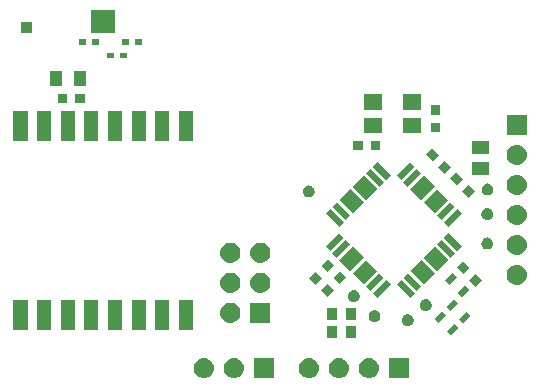
<source format=gbr>
G04 #@! TF.GenerationSoftware,KiCad,Pcbnew,(5.0.2)-1*
G04 #@! TF.CreationDate,2019-03-22T14:17:17+01:00*
G04 #@! TF.ProjectId,LoRaNode,4c6f5261-4e6f-4646-952e-6b696361645f,rev?*
G04 #@! TF.SameCoordinates,Original*
G04 #@! TF.FileFunction,Soldermask,Top*
G04 #@! TF.FilePolarity,Negative*
%FSLAX46Y46*%
G04 Gerber Fmt 4.6, Leading zero omitted, Abs format (unit mm)*
G04 Created by KiCad (PCBNEW (5.0.2)-1) date 03/22/19 14:17:17*
%MOMM*%
%LPD*%
G01*
G04 APERTURE LIST*
%ADD10C,0.100000*%
G04 APERTURE END LIST*
D10*
G36*
X152566630Y-115494299D02*
X152726855Y-115542903D01*
X152874520Y-115621831D01*
X153003949Y-115728051D01*
X153110169Y-115857480D01*
X153189097Y-116005145D01*
X153237701Y-116165370D01*
X153254112Y-116332000D01*
X153237701Y-116498630D01*
X153189097Y-116658855D01*
X153110169Y-116806520D01*
X153003949Y-116935949D01*
X152874520Y-117042169D01*
X152726855Y-117121097D01*
X152566630Y-117169701D01*
X152441752Y-117182000D01*
X152358248Y-117182000D01*
X152233370Y-117169701D01*
X152073145Y-117121097D01*
X151925480Y-117042169D01*
X151796051Y-116935949D01*
X151689831Y-116806520D01*
X151610903Y-116658855D01*
X151562299Y-116498630D01*
X151545888Y-116332000D01*
X151562299Y-116165370D01*
X151610903Y-116005145D01*
X151689831Y-115857480D01*
X151796051Y-115728051D01*
X151925480Y-115621831D01*
X152073145Y-115542903D01*
X152233370Y-115494299D01*
X152358248Y-115482000D01*
X152441752Y-115482000D01*
X152566630Y-115494299D01*
X152566630Y-115494299D01*
G37*
G36*
X157646630Y-115494299D02*
X157806855Y-115542903D01*
X157954520Y-115621831D01*
X158083949Y-115728051D01*
X158190169Y-115857480D01*
X158269097Y-116005145D01*
X158317701Y-116165370D01*
X158334112Y-116332000D01*
X158317701Y-116498630D01*
X158269097Y-116658855D01*
X158190169Y-116806520D01*
X158083949Y-116935949D01*
X157954520Y-117042169D01*
X157806855Y-117121097D01*
X157646630Y-117169701D01*
X157521752Y-117182000D01*
X157438248Y-117182000D01*
X157313370Y-117169701D01*
X157153145Y-117121097D01*
X157005480Y-117042169D01*
X156876051Y-116935949D01*
X156769831Y-116806520D01*
X156690903Y-116658855D01*
X156642299Y-116498630D01*
X156625888Y-116332000D01*
X156642299Y-116165370D01*
X156690903Y-116005145D01*
X156769831Y-115857480D01*
X156876051Y-115728051D01*
X157005480Y-115621831D01*
X157153145Y-115542903D01*
X157313370Y-115494299D01*
X157438248Y-115482000D01*
X157521752Y-115482000D01*
X157646630Y-115494299D01*
X157646630Y-115494299D01*
G37*
G36*
X143676630Y-115494299D02*
X143836855Y-115542903D01*
X143984520Y-115621831D01*
X144113949Y-115728051D01*
X144220169Y-115857480D01*
X144299097Y-116005145D01*
X144347701Y-116165370D01*
X144364112Y-116332000D01*
X144347701Y-116498630D01*
X144299097Y-116658855D01*
X144220169Y-116806520D01*
X144113949Y-116935949D01*
X143984520Y-117042169D01*
X143836855Y-117121097D01*
X143676630Y-117169701D01*
X143551752Y-117182000D01*
X143468248Y-117182000D01*
X143343370Y-117169701D01*
X143183145Y-117121097D01*
X143035480Y-117042169D01*
X142906051Y-116935949D01*
X142799831Y-116806520D01*
X142720903Y-116658855D01*
X142672299Y-116498630D01*
X142655888Y-116332000D01*
X142672299Y-116165370D01*
X142720903Y-116005145D01*
X142799831Y-115857480D01*
X142906051Y-115728051D01*
X143035480Y-115621831D01*
X143183145Y-115542903D01*
X143343370Y-115494299D01*
X143468248Y-115482000D01*
X143551752Y-115482000D01*
X143676630Y-115494299D01*
X143676630Y-115494299D01*
G37*
G36*
X146216630Y-115494299D02*
X146376855Y-115542903D01*
X146524520Y-115621831D01*
X146653949Y-115728051D01*
X146760169Y-115857480D01*
X146839097Y-116005145D01*
X146887701Y-116165370D01*
X146904112Y-116332000D01*
X146887701Y-116498630D01*
X146839097Y-116658855D01*
X146760169Y-116806520D01*
X146653949Y-116935949D01*
X146524520Y-117042169D01*
X146376855Y-117121097D01*
X146216630Y-117169701D01*
X146091752Y-117182000D01*
X146008248Y-117182000D01*
X145883370Y-117169701D01*
X145723145Y-117121097D01*
X145575480Y-117042169D01*
X145446051Y-116935949D01*
X145339831Y-116806520D01*
X145260903Y-116658855D01*
X145212299Y-116498630D01*
X145195888Y-116332000D01*
X145212299Y-116165370D01*
X145260903Y-116005145D01*
X145339831Y-115857480D01*
X145446051Y-115728051D01*
X145575480Y-115621831D01*
X145723145Y-115542903D01*
X145883370Y-115494299D01*
X146008248Y-115482000D01*
X146091752Y-115482000D01*
X146216630Y-115494299D01*
X146216630Y-115494299D01*
G37*
G36*
X160870000Y-117182000D02*
X159170000Y-117182000D01*
X159170000Y-115482000D01*
X160870000Y-115482000D01*
X160870000Y-117182000D01*
X160870000Y-117182000D01*
G37*
G36*
X149440000Y-117182000D02*
X147740000Y-117182000D01*
X147740000Y-115482000D01*
X149440000Y-115482000D01*
X149440000Y-117182000D01*
X149440000Y-117182000D01*
G37*
G36*
X155106630Y-115494299D02*
X155266855Y-115542903D01*
X155414520Y-115621831D01*
X155543949Y-115728051D01*
X155650169Y-115857480D01*
X155729097Y-116005145D01*
X155777701Y-116165370D01*
X155794112Y-116332000D01*
X155777701Y-116498630D01*
X155729097Y-116658855D01*
X155650169Y-116806520D01*
X155543949Y-116935949D01*
X155414520Y-117042169D01*
X155266855Y-117121097D01*
X155106630Y-117169701D01*
X154981752Y-117182000D01*
X154898248Y-117182000D01*
X154773370Y-117169701D01*
X154613145Y-117121097D01*
X154465480Y-117042169D01*
X154336051Y-116935949D01*
X154229831Y-116806520D01*
X154150903Y-116658855D01*
X154102299Y-116498630D01*
X154085888Y-116332000D01*
X154102299Y-116165370D01*
X154150903Y-116005145D01*
X154229831Y-115857480D01*
X154336051Y-115728051D01*
X154465480Y-115621831D01*
X154613145Y-115542903D01*
X154773370Y-115494299D01*
X154898248Y-115482000D01*
X154981752Y-115482000D01*
X155106630Y-115494299D01*
X155106630Y-115494299D01*
G37*
G36*
X154804001Y-113784000D02*
X153984001Y-113784000D01*
X153984001Y-112784000D01*
X154804001Y-112784000D01*
X154804001Y-113784000D01*
X154804001Y-113784000D01*
G37*
G36*
X156403999Y-113784000D02*
X155583999Y-113784000D01*
X155583999Y-112784000D01*
X156403999Y-112784000D01*
X156403999Y-113784000D01*
X156403999Y-113784000D01*
G37*
G36*
X165109305Y-112910909D02*
X164472909Y-113547305D01*
X164119355Y-113193751D01*
X164755751Y-112557355D01*
X165109305Y-112910909D01*
X165109305Y-112910909D01*
G37*
G36*
X128600000Y-113100000D02*
X127400000Y-113100000D01*
X127400000Y-110600000D01*
X128600000Y-110600000D01*
X128600000Y-113100000D01*
X128600000Y-113100000D01*
G37*
G36*
X130600000Y-113100000D02*
X129400000Y-113100000D01*
X129400000Y-110600000D01*
X130600000Y-110600000D01*
X130600000Y-113100000D01*
X130600000Y-113100000D01*
G37*
G36*
X132600000Y-113100000D02*
X131400000Y-113100000D01*
X131400000Y-110600000D01*
X132600000Y-110600000D01*
X132600000Y-113100000D01*
X132600000Y-113100000D01*
G37*
G36*
X134600000Y-113100000D02*
X133400000Y-113100000D01*
X133400000Y-110600000D01*
X134600000Y-110600000D01*
X134600000Y-113100000D01*
X134600000Y-113100000D01*
G37*
G36*
X136600000Y-113100000D02*
X135400000Y-113100000D01*
X135400000Y-110600000D01*
X136600000Y-110600000D01*
X136600000Y-113100000D01*
X136600000Y-113100000D01*
G37*
G36*
X138600000Y-113100000D02*
X137400000Y-113100000D01*
X137400000Y-110600000D01*
X138600000Y-110600000D01*
X138600000Y-113100000D01*
X138600000Y-113100000D01*
G37*
G36*
X140600000Y-113100000D02*
X139400000Y-113100000D01*
X139400000Y-110600000D01*
X140600000Y-110600000D01*
X140600000Y-113100000D01*
X140600000Y-113100000D01*
G37*
G36*
X142600000Y-113100000D02*
X141400000Y-113100000D01*
X141400000Y-110600000D01*
X142600000Y-110600000D01*
X142600000Y-113100000D01*
X142600000Y-113100000D01*
G37*
G36*
X160927845Y-111787215D02*
X160974715Y-111806629D01*
X161018839Y-111824906D01*
X161076082Y-111863155D01*
X161100734Y-111879627D01*
X161170373Y-111949266D01*
X161170375Y-111949269D01*
X161225094Y-112031161D01*
X161262785Y-112122155D01*
X161282000Y-112218754D01*
X161282000Y-112317246D01*
X161262785Y-112413845D01*
X161225094Y-112504839D01*
X161171104Y-112585640D01*
X161170373Y-112586734D01*
X161100734Y-112656373D01*
X161100731Y-112656375D01*
X161018839Y-112711094D01*
X160927845Y-112748785D01*
X160831246Y-112768000D01*
X160732754Y-112768000D01*
X160636155Y-112748785D01*
X160545161Y-112711094D01*
X160463269Y-112656375D01*
X160463266Y-112656373D01*
X160393627Y-112586734D01*
X160392896Y-112585640D01*
X160338906Y-112504839D01*
X160301215Y-112413845D01*
X160282000Y-112317246D01*
X160282000Y-112218754D01*
X160301215Y-112122155D01*
X160338906Y-112031161D01*
X160393625Y-111949269D01*
X160393627Y-111949266D01*
X160463266Y-111879627D01*
X160487918Y-111863155D01*
X160545161Y-111824906D01*
X160589286Y-111806629D01*
X160636155Y-111787215D01*
X160732754Y-111768000D01*
X160831246Y-111768000D01*
X160927845Y-111787215D01*
X160927845Y-111787215D01*
G37*
G36*
X166125305Y-111894909D02*
X165488909Y-112531305D01*
X165135355Y-112177751D01*
X165771751Y-111541355D01*
X166125305Y-111894909D01*
X166125305Y-111894909D01*
G37*
G36*
X145926630Y-110802299D02*
X146086855Y-110850903D01*
X146234520Y-110929831D01*
X146363949Y-111036051D01*
X146470169Y-111165480D01*
X146549097Y-111313145D01*
X146597701Y-111473370D01*
X146614112Y-111640000D01*
X146597701Y-111806630D01*
X146549097Y-111966855D01*
X146470169Y-112114520D01*
X146363949Y-112243949D01*
X146234520Y-112350169D01*
X146086855Y-112429097D01*
X145926630Y-112477701D01*
X145801752Y-112490000D01*
X145718248Y-112490000D01*
X145593370Y-112477701D01*
X145433145Y-112429097D01*
X145285480Y-112350169D01*
X145156051Y-112243949D01*
X145049831Y-112114520D01*
X144970903Y-111966855D01*
X144922299Y-111806630D01*
X144905888Y-111640000D01*
X144922299Y-111473370D01*
X144970903Y-111313145D01*
X145049831Y-111165480D01*
X145156051Y-111036051D01*
X145285480Y-110929831D01*
X145433145Y-110850903D01*
X145593370Y-110802299D01*
X145718248Y-110790000D01*
X145801752Y-110790000D01*
X145926630Y-110802299D01*
X145926630Y-110802299D01*
G37*
G36*
X149150000Y-112490000D02*
X147450000Y-112490000D01*
X147450000Y-110790000D01*
X149150000Y-110790000D01*
X149150000Y-112490000D01*
X149150000Y-112490000D01*
G37*
G36*
X164048645Y-111850249D02*
X163412249Y-112486645D01*
X163058695Y-112133091D01*
X163695091Y-111496695D01*
X164048645Y-111850249D01*
X164048645Y-111850249D01*
G37*
G36*
X158108445Y-111431615D02*
X158199439Y-111469306D01*
X158213625Y-111478785D01*
X158281334Y-111524027D01*
X158350973Y-111593666D01*
X158350975Y-111593669D01*
X158405694Y-111675561D01*
X158443385Y-111766555D01*
X158462600Y-111863154D01*
X158462600Y-111961646D01*
X158443385Y-112058245D01*
X158405694Y-112149239D01*
X158359245Y-112218754D01*
X158350973Y-112231134D01*
X158281334Y-112300773D01*
X158281331Y-112300775D01*
X158199439Y-112355494D01*
X158108445Y-112393185D01*
X158011846Y-112412400D01*
X157913354Y-112412400D01*
X157816755Y-112393185D01*
X157725761Y-112355494D01*
X157643869Y-112300775D01*
X157643866Y-112300773D01*
X157574227Y-112231134D01*
X157565955Y-112218754D01*
X157519506Y-112149239D01*
X157481815Y-112058245D01*
X157462600Y-111961646D01*
X157462600Y-111863154D01*
X157481815Y-111766555D01*
X157519506Y-111675561D01*
X157574225Y-111593669D01*
X157574227Y-111593666D01*
X157643866Y-111524027D01*
X157711575Y-111478785D01*
X157725761Y-111469306D01*
X157816755Y-111431615D01*
X157913354Y-111412400D01*
X158011846Y-111412400D01*
X158108445Y-111431615D01*
X158108445Y-111431615D01*
G37*
G36*
X156403999Y-112260000D02*
X155583999Y-112260000D01*
X155583999Y-111260000D01*
X156403999Y-111260000D01*
X156403999Y-112260000D01*
X156403999Y-112260000D01*
G37*
G36*
X154804001Y-112260000D02*
X153984001Y-112260000D01*
X153984001Y-111260000D01*
X154804001Y-111260000D01*
X154804001Y-112260000D01*
X154804001Y-112260000D01*
G37*
G36*
X162451845Y-110517215D02*
X162542839Y-110554906D01*
X162610326Y-110600000D01*
X162624734Y-110609627D01*
X162694373Y-110679266D01*
X162694375Y-110679269D01*
X162719443Y-110716785D01*
X162749095Y-110761163D01*
X162786785Y-110852155D01*
X162806000Y-110948755D01*
X162806000Y-111047245D01*
X162786785Y-111143845D01*
X162749095Y-111234837D01*
X162694373Y-111316734D01*
X162624734Y-111386373D01*
X162624731Y-111386375D01*
X162542839Y-111441094D01*
X162451845Y-111478785D01*
X162355246Y-111498000D01*
X162256754Y-111498000D01*
X162160155Y-111478785D01*
X162069161Y-111441094D01*
X161987269Y-111386375D01*
X161987266Y-111386373D01*
X161917627Y-111316734D01*
X161862905Y-111234837D01*
X161825215Y-111143845D01*
X161806000Y-111047245D01*
X161806000Y-110948755D01*
X161825215Y-110852155D01*
X161862905Y-110761163D01*
X161892558Y-110716785D01*
X161917625Y-110679269D01*
X161917627Y-110679266D01*
X161987266Y-110609627D01*
X162001674Y-110600000D01*
X162069161Y-110554906D01*
X162160155Y-110517215D01*
X162256754Y-110498000D01*
X162355246Y-110498000D01*
X162451845Y-110517215D01*
X162451845Y-110517215D01*
G37*
G36*
X165064645Y-110834249D02*
X164428249Y-111470645D01*
X164074695Y-111117091D01*
X164711091Y-110480695D01*
X165064645Y-110834249D01*
X165064645Y-110834249D01*
G37*
G36*
X156355845Y-109755215D02*
X156446839Y-109792906D01*
X156527640Y-109846896D01*
X156528734Y-109847627D01*
X156598373Y-109917266D01*
X156598375Y-109917269D01*
X156653094Y-109999161D01*
X156690785Y-110090155D01*
X156710000Y-110186754D01*
X156710000Y-110285246D01*
X156690785Y-110381845D01*
X156653094Y-110472839D01*
X156599104Y-110553640D01*
X156598373Y-110554734D01*
X156528734Y-110624373D01*
X156528731Y-110624375D01*
X156446839Y-110679094D01*
X156355845Y-110716785D01*
X156259246Y-110736000D01*
X156160754Y-110736000D01*
X156064155Y-110716785D01*
X155973161Y-110679094D01*
X155891269Y-110624375D01*
X155891266Y-110624373D01*
X155821627Y-110554734D01*
X155820896Y-110553640D01*
X155766906Y-110472839D01*
X155729215Y-110381845D01*
X155710000Y-110285246D01*
X155710000Y-110186754D01*
X155729215Y-110090155D01*
X155766906Y-109999161D01*
X155821625Y-109917269D01*
X155821627Y-109917266D01*
X155891266Y-109847627D01*
X155892360Y-109846896D01*
X155973161Y-109792906D01*
X156064155Y-109755215D01*
X156160754Y-109736000D01*
X156259246Y-109736000D01*
X156355845Y-109755215D01*
X156355845Y-109755215D01*
G37*
G36*
X161375445Y-109980334D02*
X160986536Y-110369243D01*
X159855165Y-109237872D01*
X160244074Y-108848963D01*
X161375445Y-109980334D01*
X161375445Y-109980334D01*
G37*
G36*
X159324835Y-109237872D02*
X158193464Y-110369243D01*
X157804555Y-109980334D01*
X158935926Y-108848963D01*
X159324835Y-109237872D01*
X159324835Y-109237872D01*
G37*
G36*
X165999805Y-109686409D02*
X165363409Y-110322805D01*
X165009855Y-109969251D01*
X165646251Y-109332855D01*
X165999805Y-109686409D01*
X165999805Y-109686409D01*
G37*
G36*
X154527678Y-109708652D02*
X153961992Y-110274338D01*
X153431662Y-109744008D01*
X153997348Y-109178322D01*
X154527678Y-109708652D01*
X154527678Y-109708652D01*
G37*
G36*
X148466630Y-108262299D02*
X148626855Y-108310903D01*
X148774520Y-108389831D01*
X148903949Y-108496051D01*
X149010169Y-108625480D01*
X149089097Y-108773145D01*
X149137701Y-108933370D01*
X149154112Y-109100000D01*
X149137701Y-109266630D01*
X149089097Y-109426855D01*
X149010169Y-109574520D01*
X148903949Y-109703949D01*
X148774520Y-109810169D01*
X148626855Y-109889097D01*
X148466630Y-109937701D01*
X148341752Y-109950000D01*
X148258248Y-109950000D01*
X148133370Y-109937701D01*
X147973145Y-109889097D01*
X147825480Y-109810169D01*
X147696051Y-109703949D01*
X147589831Y-109574520D01*
X147510903Y-109426855D01*
X147462299Y-109266630D01*
X147445888Y-109100000D01*
X147462299Y-108933370D01*
X147510903Y-108773145D01*
X147589831Y-108625480D01*
X147696051Y-108496051D01*
X147825480Y-108389831D01*
X147973145Y-108310903D01*
X148133370Y-108262299D01*
X148258248Y-108250000D01*
X148341752Y-108250000D01*
X148466630Y-108262299D01*
X148466630Y-108262299D01*
G37*
G36*
X145926630Y-108262299D02*
X146086855Y-108310903D01*
X146234520Y-108389831D01*
X146363949Y-108496051D01*
X146470169Y-108625480D01*
X146549097Y-108773145D01*
X146597701Y-108933370D01*
X146614112Y-109100000D01*
X146597701Y-109266630D01*
X146549097Y-109426855D01*
X146470169Y-109574520D01*
X146363949Y-109703949D01*
X146234520Y-109810169D01*
X146086855Y-109889097D01*
X145926630Y-109937701D01*
X145801752Y-109950000D01*
X145718248Y-109950000D01*
X145593370Y-109937701D01*
X145433145Y-109889097D01*
X145285480Y-109810169D01*
X145156051Y-109703949D01*
X145049831Y-109574520D01*
X144970903Y-109426855D01*
X144922299Y-109266630D01*
X144905888Y-109100000D01*
X144922299Y-108933370D01*
X144970903Y-108773145D01*
X145049831Y-108625480D01*
X145156051Y-108496051D01*
X145285480Y-108389831D01*
X145433145Y-108310903D01*
X145593370Y-108262299D01*
X145718248Y-108250000D01*
X145801752Y-108250000D01*
X145926630Y-108262299D01*
X145926630Y-108262299D01*
G37*
G36*
X158759150Y-108672186D02*
X157627779Y-109803557D01*
X157238870Y-109414648D01*
X158370241Y-108283277D01*
X158759150Y-108672186D01*
X158759150Y-108672186D01*
G37*
G36*
X161941130Y-109414648D02*
X161552221Y-109803557D01*
X160420850Y-108672186D01*
X160809759Y-108283277D01*
X161941130Y-109414648D01*
X161941130Y-109414648D01*
G37*
G36*
X167068838Y-108893008D02*
X166538508Y-109423338D01*
X165972822Y-108857652D01*
X166503152Y-108327322D01*
X167068838Y-108893008D01*
X167068838Y-108893008D01*
G37*
G36*
X170170630Y-107596299D02*
X170330855Y-107644903D01*
X170478520Y-107723831D01*
X170607949Y-107830051D01*
X170714169Y-107959480D01*
X170793097Y-108107145D01*
X170841701Y-108267370D01*
X170858112Y-108434000D01*
X170841701Y-108600630D01*
X170793097Y-108760855D01*
X170714169Y-108908520D01*
X170607949Y-109037949D01*
X170478520Y-109144169D01*
X170330855Y-109223097D01*
X170170630Y-109271701D01*
X170045752Y-109284000D01*
X169962248Y-109284000D01*
X169837370Y-109271701D01*
X169677145Y-109223097D01*
X169529480Y-109144169D01*
X169400051Y-109037949D01*
X169293831Y-108908520D01*
X169214903Y-108760855D01*
X169166299Y-108600630D01*
X169149888Y-108434000D01*
X169166299Y-108267370D01*
X169214903Y-108107145D01*
X169293831Y-107959480D01*
X169400051Y-107830051D01*
X169529480Y-107723831D01*
X169677145Y-107644903D01*
X169837370Y-107596299D01*
X169962248Y-107584000D01*
X170045752Y-107584000D01*
X170170630Y-107596299D01*
X170170630Y-107596299D01*
G37*
G36*
X164939145Y-108625749D02*
X164302749Y-109262145D01*
X163949195Y-108908591D01*
X164585591Y-108272195D01*
X164939145Y-108625749D01*
X164939145Y-108625749D01*
G37*
G36*
X153511678Y-108692652D02*
X152945992Y-109258338D01*
X152415662Y-108728008D01*
X152981348Y-108162322D01*
X153511678Y-108692652D01*
X153511678Y-108692652D01*
G37*
G36*
X158193464Y-108106501D02*
X157062093Y-109237872D01*
X156107499Y-108283278D01*
X157238870Y-107151907D01*
X158193464Y-108106501D01*
X158193464Y-108106501D01*
G37*
G36*
X163072501Y-108283278D02*
X162117907Y-109237872D01*
X160986536Y-108106501D01*
X161941130Y-107151907D01*
X163072501Y-108283278D01*
X163072501Y-108283278D01*
G37*
G36*
X155588338Y-108647992D02*
X155022652Y-109213678D01*
X154492322Y-108683348D01*
X155058008Y-108117662D01*
X155588338Y-108647992D01*
X155588338Y-108647992D01*
G37*
G36*
X166008178Y-107832348D02*
X165477848Y-108362678D01*
X164912162Y-107796992D01*
X165442492Y-107266662D01*
X166008178Y-107832348D01*
X166008178Y-107832348D01*
G37*
G36*
X154572338Y-107631992D02*
X154006652Y-108197678D01*
X153476322Y-107667348D01*
X154042008Y-107101662D01*
X154572338Y-107631992D01*
X154572338Y-107631992D01*
G37*
G36*
X157062093Y-106975130D02*
X155930722Y-108106501D01*
X154976128Y-107151907D01*
X156107499Y-106020536D01*
X157062093Y-106975130D01*
X157062093Y-106975130D01*
G37*
G36*
X164203872Y-107151907D02*
X163249278Y-108106501D01*
X162117907Y-106975130D01*
X163072501Y-106020536D01*
X164203872Y-107151907D01*
X164203872Y-107151907D01*
G37*
G36*
X148466630Y-105722299D02*
X148626855Y-105770903D01*
X148774520Y-105849831D01*
X148903949Y-105956051D01*
X149010169Y-106085480D01*
X149089097Y-106233145D01*
X149137701Y-106393370D01*
X149154112Y-106560000D01*
X149137701Y-106726630D01*
X149089097Y-106886855D01*
X149010169Y-107034520D01*
X148903949Y-107163949D01*
X148774520Y-107270169D01*
X148626855Y-107349097D01*
X148466630Y-107397701D01*
X148341752Y-107410000D01*
X148258248Y-107410000D01*
X148133370Y-107397701D01*
X147973145Y-107349097D01*
X147825480Y-107270169D01*
X147696051Y-107163949D01*
X147589831Y-107034520D01*
X147510903Y-106886855D01*
X147462299Y-106726630D01*
X147445888Y-106560000D01*
X147462299Y-106393370D01*
X147510903Y-106233145D01*
X147589831Y-106085480D01*
X147696051Y-105956051D01*
X147825480Y-105849831D01*
X147973145Y-105770903D01*
X148133370Y-105722299D01*
X148258248Y-105710000D01*
X148341752Y-105710000D01*
X148466630Y-105722299D01*
X148466630Y-105722299D01*
G37*
G36*
X145926630Y-105722299D02*
X146086855Y-105770903D01*
X146234520Y-105849831D01*
X146363949Y-105956051D01*
X146470169Y-106085480D01*
X146549097Y-106233145D01*
X146597701Y-106393370D01*
X146614112Y-106560000D01*
X146597701Y-106726630D01*
X146549097Y-106886855D01*
X146470169Y-107034520D01*
X146363949Y-107163949D01*
X146234520Y-107270169D01*
X146086855Y-107349097D01*
X145926630Y-107397701D01*
X145801752Y-107410000D01*
X145718248Y-107410000D01*
X145593370Y-107397701D01*
X145433145Y-107349097D01*
X145285480Y-107270169D01*
X145156051Y-107163949D01*
X145049831Y-107034520D01*
X144970903Y-106886855D01*
X144922299Y-106726630D01*
X144905888Y-106560000D01*
X144922299Y-106393370D01*
X144970903Y-106233145D01*
X145049831Y-106085480D01*
X145156051Y-105956051D01*
X145285480Y-105849831D01*
X145433145Y-105770903D01*
X145593370Y-105722299D01*
X145718248Y-105710000D01*
X145801752Y-105710000D01*
X145926630Y-105722299D01*
X145926630Y-105722299D01*
G37*
G36*
X164769557Y-106586221D02*
X164380648Y-106975130D01*
X163249277Y-105843759D01*
X163638186Y-105454850D01*
X164769557Y-106586221D01*
X164769557Y-106586221D01*
G37*
G36*
X155930723Y-105843759D02*
X154799352Y-106975130D01*
X154410443Y-106586221D01*
X155541814Y-105454850D01*
X155930723Y-105843759D01*
X155930723Y-105843759D01*
G37*
G36*
X170170630Y-105056299D02*
X170330855Y-105104903D01*
X170478520Y-105183831D01*
X170607949Y-105290051D01*
X170714169Y-105419480D01*
X170793097Y-105567145D01*
X170841701Y-105727370D01*
X170858112Y-105894000D01*
X170841701Y-106060630D01*
X170793097Y-106220855D01*
X170714169Y-106368520D01*
X170607949Y-106497949D01*
X170478520Y-106604169D01*
X170330855Y-106683097D01*
X170170630Y-106731701D01*
X170045752Y-106744000D01*
X169962248Y-106744000D01*
X169837370Y-106731701D01*
X169677145Y-106683097D01*
X169529480Y-106604169D01*
X169400051Y-106497949D01*
X169293831Y-106368520D01*
X169214903Y-106220855D01*
X169166299Y-106060630D01*
X169149888Y-105894000D01*
X169166299Y-105727370D01*
X169214903Y-105567145D01*
X169293831Y-105419480D01*
X169400051Y-105290051D01*
X169529480Y-105183831D01*
X169677145Y-105104903D01*
X169837370Y-105056299D01*
X169962248Y-105044000D01*
X170045752Y-105044000D01*
X170170630Y-105056299D01*
X170170630Y-105056299D01*
G37*
G36*
X165335243Y-106020536D02*
X164946334Y-106409445D01*
X163814963Y-105278074D01*
X164203872Y-104889165D01*
X165335243Y-106020536D01*
X165335243Y-106020536D01*
G37*
G36*
X155365037Y-105278074D02*
X154233666Y-106409445D01*
X153844757Y-106020536D01*
X154976128Y-104889165D01*
X155365037Y-105278074D01*
X155365037Y-105278074D01*
G37*
G36*
X167660345Y-105286215D02*
X167751339Y-105323906D01*
X167832140Y-105377896D01*
X167833234Y-105378627D01*
X167902873Y-105448266D01*
X167902875Y-105448269D01*
X167957594Y-105530161D01*
X167995285Y-105621155D01*
X168012958Y-105710000D01*
X168014500Y-105717755D01*
X168014500Y-105816245D01*
X167995285Y-105912845D01*
X167957595Y-106003837D01*
X167902873Y-106085734D01*
X167833234Y-106155373D01*
X167833231Y-106155375D01*
X167751339Y-106210094D01*
X167660345Y-106247785D01*
X167563746Y-106267000D01*
X167465254Y-106267000D01*
X167368655Y-106247785D01*
X167277661Y-106210094D01*
X167195769Y-106155375D01*
X167195766Y-106155373D01*
X167126127Y-106085734D01*
X167071405Y-106003837D01*
X167033715Y-105912845D01*
X167014500Y-105816245D01*
X167014500Y-105717755D01*
X167016043Y-105710000D01*
X167033715Y-105621155D01*
X167071406Y-105530161D01*
X167126125Y-105448269D01*
X167126127Y-105448266D01*
X167195766Y-105378627D01*
X167196860Y-105377896D01*
X167277661Y-105323906D01*
X167368655Y-105286215D01*
X167465254Y-105267000D01*
X167563746Y-105267000D01*
X167660345Y-105286215D01*
X167660345Y-105286215D01*
G37*
G36*
X165335243Y-103227464D02*
X164203872Y-104358835D01*
X163814963Y-103969926D01*
X164946334Y-102838555D01*
X165335243Y-103227464D01*
X165335243Y-103227464D01*
G37*
G36*
X155365037Y-103969926D02*
X154976128Y-104358835D01*
X153844757Y-103227464D01*
X154233666Y-102838555D01*
X155365037Y-103969926D01*
X155365037Y-103969926D01*
G37*
G36*
X170170630Y-102516299D02*
X170330855Y-102564903D01*
X170478520Y-102643831D01*
X170607949Y-102750051D01*
X170714169Y-102879480D01*
X170793097Y-103027145D01*
X170841701Y-103187370D01*
X170858112Y-103354000D01*
X170841701Y-103520630D01*
X170793097Y-103680855D01*
X170714169Y-103828520D01*
X170607949Y-103957949D01*
X170478520Y-104064169D01*
X170330855Y-104143097D01*
X170170630Y-104191701D01*
X170045752Y-104204000D01*
X169962248Y-104204000D01*
X169837370Y-104191701D01*
X169677145Y-104143097D01*
X169529480Y-104064169D01*
X169400051Y-103957949D01*
X169293831Y-103828520D01*
X169214903Y-103680855D01*
X169166299Y-103520630D01*
X169149888Y-103354000D01*
X169166299Y-103187370D01*
X169214903Y-103027145D01*
X169293831Y-102879480D01*
X169400051Y-102750051D01*
X169529480Y-102643831D01*
X169677145Y-102564903D01*
X169837370Y-102516299D01*
X169962248Y-102504000D01*
X170045752Y-102504000D01*
X170170630Y-102516299D01*
X170170630Y-102516299D01*
G37*
G36*
X164769557Y-102661779D02*
X163638186Y-103793150D01*
X163249277Y-103404241D01*
X164380648Y-102272870D01*
X164769557Y-102661779D01*
X164769557Y-102661779D01*
G37*
G36*
X155930723Y-103404241D02*
X155541814Y-103793150D01*
X154410443Y-102661779D01*
X154799352Y-102272870D01*
X155930723Y-103404241D01*
X155930723Y-103404241D01*
G37*
G36*
X167660345Y-102809715D02*
X167751339Y-102847406D01*
X167799342Y-102879481D01*
X167833234Y-102902127D01*
X167902873Y-102971766D01*
X167902875Y-102971769D01*
X167957594Y-103053661D01*
X167995285Y-103144655D01*
X168014500Y-103241254D01*
X168014500Y-103339746D01*
X168001671Y-103404241D01*
X167995285Y-103436345D01*
X167957595Y-103527337D01*
X167902873Y-103609234D01*
X167833234Y-103678873D01*
X167833231Y-103678875D01*
X167751339Y-103733594D01*
X167660345Y-103771285D01*
X167563746Y-103790500D01*
X167465254Y-103790500D01*
X167368655Y-103771285D01*
X167277661Y-103733594D01*
X167195769Y-103678875D01*
X167195766Y-103678873D01*
X167126127Y-103609234D01*
X167071405Y-103527337D01*
X167033715Y-103436345D01*
X167027329Y-103404241D01*
X167014500Y-103339746D01*
X167014500Y-103241254D01*
X167033715Y-103144655D01*
X167071406Y-103053661D01*
X167126125Y-102971769D01*
X167126127Y-102971766D01*
X167195766Y-102902127D01*
X167229658Y-102879481D01*
X167277661Y-102847406D01*
X167368655Y-102809715D01*
X167465254Y-102790500D01*
X167563746Y-102790500D01*
X167660345Y-102809715D01*
X167660345Y-102809715D01*
G37*
G36*
X164203872Y-102096093D02*
X163072501Y-103227464D01*
X162117907Y-102272870D01*
X163249278Y-101141499D01*
X164203872Y-102096093D01*
X164203872Y-102096093D01*
G37*
G36*
X157062093Y-102272870D02*
X156107499Y-103227464D01*
X154976128Y-102096093D01*
X155930722Y-101141499D01*
X157062093Y-102272870D01*
X157062093Y-102272870D01*
G37*
G36*
X158193464Y-101141499D02*
X157238870Y-102096093D01*
X156107499Y-100964722D01*
X157062093Y-100010128D01*
X158193464Y-101141499D01*
X158193464Y-101141499D01*
G37*
G36*
X163072501Y-100964722D02*
X161941130Y-102096093D01*
X160986536Y-101141499D01*
X162117907Y-100010128D01*
X163072501Y-100964722D01*
X163072501Y-100964722D01*
G37*
G36*
X166510338Y-101362008D02*
X165980008Y-101892338D01*
X165414322Y-101326652D01*
X165944652Y-100796322D01*
X166510338Y-101362008D01*
X166510338Y-101362008D01*
G37*
G36*
X152545845Y-100879215D02*
X152636839Y-100916906D01*
X152717640Y-100970896D01*
X152718734Y-100971627D01*
X152788373Y-101041266D01*
X152788375Y-101041269D01*
X152843094Y-101123161D01*
X152880785Y-101214155D01*
X152886771Y-101244246D01*
X152900000Y-101310755D01*
X152900000Y-101409245D01*
X152880785Y-101505845D01*
X152843095Y-101596837D01*
X152788373Y-101678734D01*
X152718734Y-101748373D01*
X152718731Y-101748375D01*
X152636839Y-101803094D01*
X152545845Y-101840785D01*
X152449246Y-101860000D01*
X152350754Y-101860000D01*
X152254155Y-101840785D01*
X152163161Y-101803094D01*
X152081269Y-101748375D01*
X152081266Y-101748373D01*
X152011627Y-101678734D01*
X151956905Y-101596837D01*
X151919215Y-101505845D01*
X151900000Y-101409245D01*
X151900000Y-101310755D01*
X151913230Y-101244246D01*
X151919215Y-101214155D01*
X151956906Y-101123161D01*
X152011625Y-101041269D01*
X152011627Y-101041266D01*
X152081266Y-100971627D01*
X152082360Y-100970896D01*
X152163161Y-100916906D01*
X152254155Y-100879215D01*
X152350754Y-100860000D01*
X152449246Y-100860000D01*
X152545845Y-100879215D01*
X152545845Y-100879215D01*
G37*
G36*
X167673345Y-100714215D02*
X167764339Y-100751906D01*
X167830812Y-100796322D01*
X167846234Y-100806627D01*
X167915873Y-100876266D01*
X167915875Y-100876269D01*
X167970594Y-100958161D01*
X168008285Y-101049155D01*
X168027500Y-101145754D01*
X168027500Y-101244246D01*
X168014270Y-101310755D01*
X168008285Y-101340845D01*
X167970595Y-101431837D01*
X167915873Y-101513734D01*
X167846234Y-101583373D01*
X167846231Y-101583375D01*
X167764339Y-101638094D01*
X167764338Y-101638095D01*
X167764337Y-101638095D01*
X167673345Y-101675785D01*
X167576746Y-101695000D01*
X167478254Y-101695000D01*
X167381655Y-101675785D01*
X167290663Y-101638095D01*
X167290662Y-101638095D01*
X167290661Y-101638094D01*
X167208769Y-101583375D01*
X167208766Y-101583373D01*
X167139127Y-101513734D01*
X167084405Y-101431837D01*
X167046715Y-101340845D01*
X167040730Y-101310755D01*
X167027500Y-101244246D01*
X167027500Y-101145754D01*
X167046715Y-101049155D01*
X167084406Y-100958161D01*
X167139125Y-100876269D01*
X167139127Y-100876266D01*
X167208766Y-100806627D01*
X167224188Y-100796322D01*
X167290661Y-100751906D01*
X167381655Y-100714215D01*
X167478254Y-100695000D01*
X167576746Y-100695000D01*
X167673345Y-100714215D01*
X167673345Y-100714215D01*
G37*
G36*
X170170630Y-99976299D02*
X170330855Y-100024903D01*
X170478520Y-100103831D01*
X170607949Y-100210051D01*
X170714169Y-100339480D01*
X170793097Y-100487145D01*
X170841701Y-100647370D01*
X170858112Y-100814000D01*
X170841701Y-100980630D01*
X170793097Y-101140855D01*
X170714169Y-101288520D01*
X170607949Y-101417949D01*
X170478520Y-101524169D01*
X170330855Y-101603097D01*
X170170630Y-101651701D01*
X170045752Y-101664000D01*
X169962248Y-101664000D01*
X169837370Y-101651701D01*
X169677145Y-101603097D01*
X169529480Y-101524169D01*
X169400051Y-101417949D01*
X169293831Y-101288520D01*
X169214903Y-101140855D01*
X169166299Y-100980630D01*
X169149888Y-100814000D01*
X169166299Y-100647370D01*
X169214903Y-100487145D01*
X169293831Y-100339480D01*
X169400051Y-100210051D01*
X169529480Y-100103831D01*
X169677145Y-100024903D01*
X169837370Y-99976299D01*
X169962248Y-99964000D01*
X170045752Y-99964000D01*
X170170630Y-99976299D01*
X170170630Y-99976299D01*
G37*
G36*
X161941130Y-99833352D02*
X160809759Y-100964723D01*
X160420850Y-100575814D01*
X161552221Y-99444443D01*
X161941130Y-99833352D01*
X161941130Y-99833352D01*
G37*
G36*
X158759150Y-100575814D02*
X158370241Y-100964723D01*
X157238870Y-99833352D01*
X157627779Y-99444443D01*
X158759150Y-100575814D01*
X158759150Y-100575814D01*
G37*
G36*
X165449678Y-100301348D02*
X164919348Y-100831678D01*
X164353662Y-100265992D01*
X164883992Y-99735662D01*
X165449678Y-100301348D01*
X165449678Y-100301348D01*
G37*
G36*
X159324835Y-100010128D02*
X158935926Y-100399037D01*
X157804555Y-99267666D01*
X158193464Y-98878757D01*
X159324835Y-100010128D01*
X159324835Y-100010128D01*
G37*
G36*
X161375445Y-99267666D02*
X160244074Y-100399037D01*
X159855165Y-100010128D01*
X160986536Y-98878757D01*
X161375445Y-99267666D01*
X161375445Y-99267666D01*
G37*
G36*
X167656000Y-99968000D02*
X166256000Y-99968000D01*
X166256000Y-98848000D01*
X167656000Y-98848000D01*
X167656000Y-99968000D01*
X167656000Y-99968000D01*
G37*
G36*
X164478338Y-99330008D02*
X163948008Y-99860338D01*
X163382322Y-99294652D01*
X163912652Y-98764322D01*
X164478338Y-99330008D01*
X164478338Y-99330008D01*
G37*
G36*
X170170630Y-97436299D02*
X170330855Y-97484903D01*
X170478520Y-97563831D01*
X170607949Y-97670051D01*
X170714169Y-97799480D01*
X170793097Y-97947145D01*
X170841701Y-98107370D01*
X170858112Y-98274000D01*
X170841701Y-98440630D01*
X170793097Y-98600855D01*
X170714169Y-98748520D01*
X170607949Y-98877949D01*
X170478520Y-98984169D01*
X170330855Y-99063097D01*
X170170630Y-99111701D01*
X170045752Y-99124000D01*
X169962248Y-99124000D01*
X169837370Y-99111701D01*
X169677145Y-99063097D01*
X169529480Y-98984169D01*
X169400051Y-98877949D01*
X169293831Y-98748520D01*
X169214903Y-98600855D01*
X169166299Y-98440630D01*
X169149888Y-98274000D01*
X169166299Y-98107370D01*
X169214903Y-97947145D01*
X169293831Y-97799480D01*
X169400051Y-97670051D01*
X169529480Y-97563831D01*
X169677145Y-97484903D01*
X169837370Y-97436299D01*
X169962248Y-97424000D01*
X170045752Y-97424000D01*
X170170630Y-97436299D01*
X170170630Y-97436299D01*
G37*
G36*
X163417678Y-98269348D02*
X162887348Y-98799678D01*
X162321662Y-98233992D01*
X162851992Y-97703662D01*
X163417678Y-98269348D01*
X163417678Y-98269348D01*
G37*
G36*
X167656000Y-98208000D02*
X166256000Y-98208000D01*
X166256000Y-97088000D01*
X167656000Y-97088000D01*
X167656000Y-98208000D01*
X167656000Y-98208000D01*
G37*
G36*
X156954000Y-97887000D02*
X156154000Y-97887000D01*
X156154000Y-97137000D01*
X156954000Y-97137000D01*
X156954000Y-97887000D01*
X156954000Y-97887000D01*
G37*
G36*
X158454000Y-97887000D02*
X157654000Y-97887000D01*
X157654000Y-97137000D01*
X158454000Y-97137000D01*
X158454000Y-97887000D01*
X158454000Y-97887000D01*
G37*
G36*
X142600000Y-97100000D02*
X141400000Y-97100000D01*
X141400000Y-94600000D01*
X142600000Y-94600000D01*
X142600000Y-97100000D01*
X142600000Y-97100000D01*
G37*
G36*
X132600000Y-97100000D02*
X131400000Y-97100000D01*
X131400000Y-94600000D01*
X132600000Y-94600000D01*
X132600000Y-97100000D01*
X132600000Y-97100000D01*
G37*
G36*
X140600000Y-97100000D02*
X139400000Y-97100000D01*
X139400000Y-94600000D01*
X140600000Y-94600000D01*
X140600000Y-97100000D01*
X140600000Y-97100000D01*
G37*
G36*
X138600000Y-97100000D02*
X137400000Y-97100000D01*
X137400000Y-94600000D01*
X138600000Y-94600000D01*
X138600000Y-97100000D01*
X138600000Y-97100000D01*
G37*
G36*
X136600000Y-97100000D02*
X135400000Y-97100000D01*
X135400000Y-94600000D01*
X136600000Y-94600000D01*
X136600000Y-97100000D01*
X136600000Y-97100000D01*
G37*
G36*
X134600000Y-97100000D02*
X133400000Y-97100000D01*
X133400000Y-94600000D01*
X134600000Y-94600000D01*
X134600000Y-97100000D01*
X134600000Y-97100000D01*
G37*
G36*
X130600000Y-97100000D02*
X129400000Y-97100000D01*
X129400000Y-94600000D01*
X130600000Y-94600000D01*
X130600000Y-97100000D01*
X130600000Y-97100000D01*
G37*
G36*
X128600000Y-97100000D02*
X127400000Y-97100000D01*
X127400000Y-94600000D01*
X128600000Y-94600000D01*
X128600000Y-97100000D01*
X128600000Y-97100000D01*
G37*
G36*
X170854000Y-96584000D02*
X169154000Y-96584000D01*
X169154000Y-94884000D01*
X170854000Y-94884000D01*
X170854000Y-96584000D01*
X170854000Y-96584000D01*
G37*
G36*
X161940432Y-96450024D02*
X160340432Y-96450024D01*
X160340432Y-95150024D01*
X161940432Y-95150024D01*
X161940432Y-96450024D01*
X161940432Y-96450024D01*
G37*
G36*
X158640432Y-96450024D02*
X157040432Y-96450024D01*
X157040432Y-95150024D01*
X158640432Y-95150024D01*
X158640432Y-96450024D01*
X158640432Y-96450024D01*
G37*
G36*
X163521000Y-96376000D02*
X162771000Y-96376000D01*
X162771000Y-95576000D01*
X163521000Y-95576000D01*
X163521000Y-96376000D01*
X163521000Y-96376000D01*
G37*
G36*
X163521000Y-94876000D02*
X162771000Y-94876000D01*
X162771000Y-94076000D01*
X163521000Y-94076000D01*
X163521000Y-94876000D01*
X163521000Y-94876000D01*
G37*
G36*
X161940432Y-94450024D02*
X160340432Y-94450024D01*
X160340432Y-93150024D01*
X161940432Y-93150024D01*
X161940432Y-94450024D01*
X161940432Y-94450024D01*
G37*
G36*
X158640432Y-94450024D02*
X157040432Y-94450024D01*
X157040432Y-93150024D01*
X158640432Y-93150024D01*
X158640432Y-94450024D01*
X158640432Y-94450024D01*
G37*
G36*
X133450000Y-93875000D02*
X132650000Y-93875000D01*
X132650000Y-93125000D01*
X133450000Y-93125000D01*
X133450000Y-93875000D01*
X133450000Y-93875000D01*
G37*
G36*
X131950000Y-93875000D02*
X131150000Y-93875000D01*
X131150000Y-93125000D01*
X131950000Y-93125000D01*
X131950000Y-93875000D01*
X131950000Y-93875000D01*
G37*
G36*
X131500000Y-92425000D02*
X130500000Y-92425000D01*
X130500000Y-91175000D01*
X131500000Y-91175000D01*
X131500000Y-92425000D01*
X131500000Y-92425000D01*
G37*
G36*
X133500000Y-92425000D02*
X132500000Y-92425000D01*
X132500000Y-91175000D01*
X133500000Y-91175000D01*
X133500000Y-92425000D01*
X133500000Y-92425000D01*
G37*
G36*
X137050000Y-90116000D02*
X136450000Y-90116000D01*
X136450000Y-89616000D01*
X137050000Y-89616000D01*
X137050000Y-90116000D01*
X137050000Y-90116000D01*
G37*
G36*
X135950000Y-90116000D02*
X135350000Y-90116000D01*
X135350000Y-89616000D01*
X135950000Y-89616000D01*
X135950000Y-90116000D01*
X135950000Y-90116000D01*
G37*
G36*
X133550000Y-88950000D02*
X132950000Y-88950000D01*
X132950000Y-88450000D01*
X133550000Y-88450000D01*
X133550000Y-88950000D01*
X133550000Y-88950000D01*
G37*
G36*
X134650000Y-88950000D02*
X134050000Y-88950000D01*
X134050000Y-88450000D01*
X134650000Y-88450000D01*
X134650000Y-88950000D01*
X134650000Y-88950000D01*
G37*
G36*
X138250000Y-88950000D02*
X137650000Y-88950000D01*
X137650000Y-88450000D01*
X138250000Y-88450000D01*
X138250000Y-88950000D01*
X138250000Y-88950000D01*
G37*
G36*
X137150000Y-88950000D02*
X136550000Y-88950000D01*
X136550000Y-88450000D01*
X137150000Y-88450000D01*
X137150000Y-88950000D01*
X137150000Y-88950000D01*
G37*
G36*
X129000000Y-88000000D02*
X128000000Y-88000000D01*
X128000000Y-87000000D01*
X129000000Y-87000000D01*
X129000000Y-88000000D01*
X129000000Y-88000000D01*
G37*
G36*
X136000000Y-88000000D02*
X134000000Y-88000000D01*
X134000000Y-86000000D01*
X136000000Y-86000000D01*
X136000000Y-88000000D01*
X136000000Y-88000000D01*
G37*
M02*

</source>
